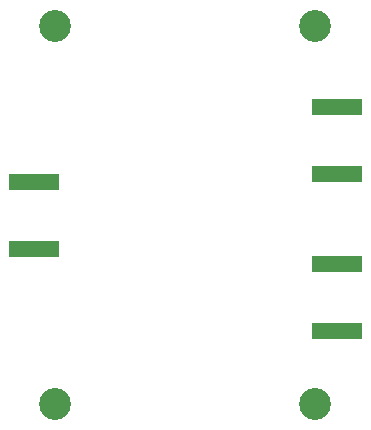
<source format=gbr>
%TF.GenerationSoftware,KiCad,Pcbnew,(6.0.0)*%
%TF.CreationDate,2022-01-16T13:33:15+00:00*%
%TF.ProjectId,Relay_RF,52656c61-795f-4524-962e-6b696361645f,rev?*%
%TF.SameCoordinates,Original*%
%TF.FileFunction,Soldermask,Bot*%
%TF.FilePolarity,Negative*%
%FSLAX46Y46*%
G04 Gerber Fmt 4.6, Leading zero omitted, Abs format (unit mm)*
G04 Created by KiCad (PCBNEW (6.0.0)) date 2022-01-16 13:33:15*
%MOMM*%
%LPD*%
G01*
G04 APERTURE LIST*
%ADD10C,2.700000*%
%ADD11R,4.200000X1.350000*%
G04 APERTURE END LIST*
D10*
%TO.C,H1*%
X104000000Y-104000000D03*
%TD*%
D11*
%TO.C,J2*%
X102150000Y-122875000D03*
X102150000Y-117225000D03*
%TD*%
D10*
%TO.C,H4*%
X126000000Y-136000000D03*
%TD*%
%TO.C,H2*%
X104000000Y-136000000D03*
%TD*%
D11*
%TO.C,J4*%
X127850000Y-124175000D03*
X127850000Y-129825000D03*
%TD*%
D10*
%TO.C,H3*%
X126000000Y-104000000D03*
%TD*%
D11*
%TO.C,J3*%
X127850000Y-116525000D03*
X127850000Y-110875000D03*
%TD*%
M02*

</source>
